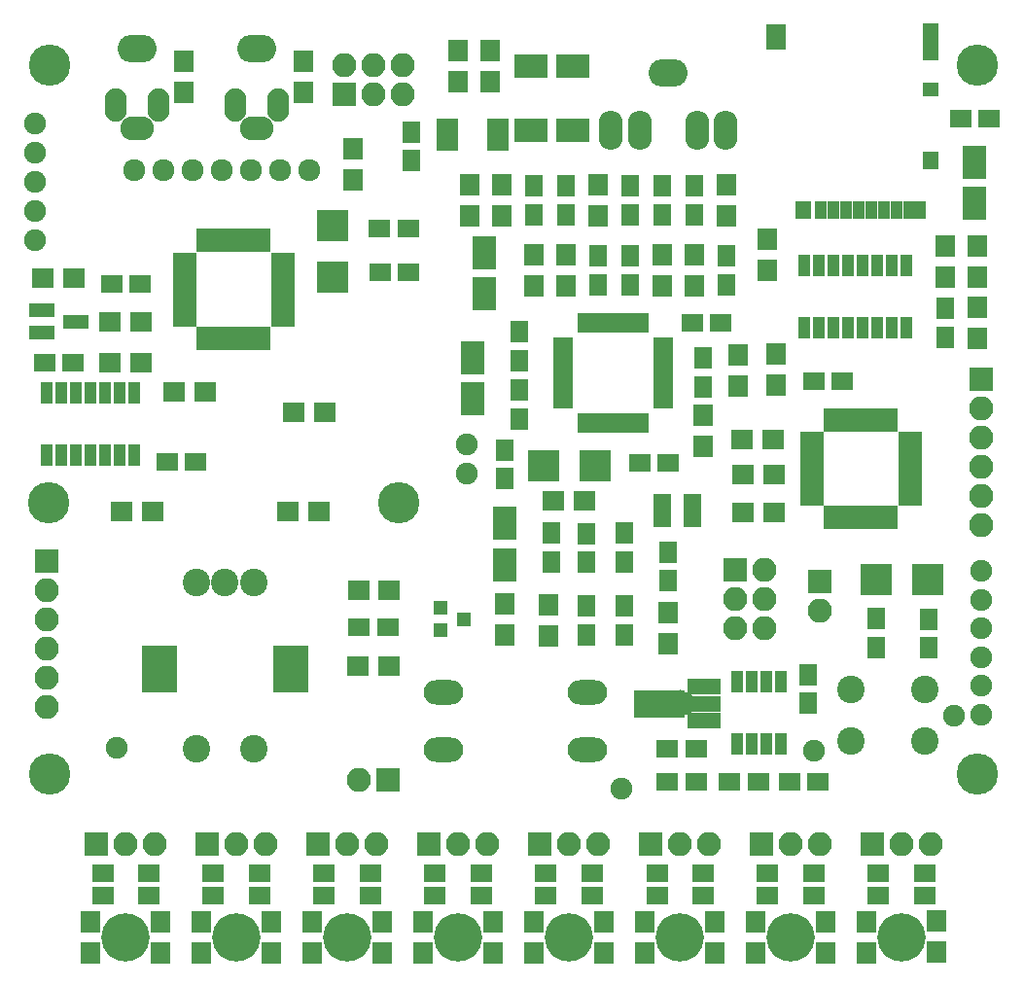
<source format=gts>
%TF.GenerationSoftware,KiCad,Pcbnew,4.0.7*%
%TF.CreationDate,2018-03-18T21:20:35+01:00*%
%TF.ProjectId,Synkino,53796E6B696E6F2E6B696361645F7063,rev?*%
%TF.FileFunction,Soldermask,Top*%
%FSLAX46Y46*%
G04 Gerber Fmt 4.6, Leading zero omitted, Abs format (unit mm)*
G04 Created by KiCad (PCBNEW 4.0.7) date 2018 March 18, Sunday 21:20:35*
%MOMM*%
%LPD*%
G01*
G04 APERTURE LIST*
%ADD10C,0.100000*%
%ADD11C,1.900000*%
%ADD12C,3.600000*%
%ADD13C,4.200000*%
%ADD14C,2.400000*%
%ADD15R,1.900000X1.650000*%
%ADD16R,1.650000X1.900000*%
%ADD17R,2.000000X3.000000*%
%ADD18R,3.000000X2.000000*%
%ADD19R,1.300000X1.200000*%
%ADD20R,1.700000X1.900000*%
%ADD21O,2.100000X3.400000*%
%ADD22O,3.400000X2.400000*%
%ADD23R,1.100000X1.600000*%
%ADD24R,1.400000X1.600000*%
%ADD25R,1.400000X1.200000*%
%ADD26R,1.400000X3.200000*%
%ADD27R,1.700000X2.300000*%
%ADD28R,1.000000X1.950000*%
%ADD29R,2.300000X1.200000*%
%ADD30R,1.900000X1.700000*%
%ADD31R,3.100000X4.100000*%
%ADD32R,2.000000X0.950000*%
%ADD33R,0.950000X2.000000*%
%ADD34R,1.000000X1.900000*%
%ADD35R,1.500000X1.000000*%
%ADD36R,1.700000X0.650000*%
%ADD37R,0.650000X1.700000*%
%ADD38R,1.900000X1.600000*%
%ADD39R,2.100000X2.100000*%
%ADD40O,2.100000X2.100000*%
%ADD41R,2.800000X2.800000*%
%ADD42C,1.924000*%
%ADD43O,1.900000X2.900000*%
%ADD44O,2.900000X2.100000*%
%ADD45R,2.900000X1.400000*%
%ADD46R,4.400000X2.400000*%
%ADD47O,3.448000X2.127200*%
%ADD48R,1.850000X0.850000*%
G04 APERTURE END LIST*
D10*
D11*
X154178000Y-98552000D03*
X125222000Y-104902000D03*
X141986000Y-101600000D03*
D12*
X75311000Y-80073500D03*
D13*
X149606000Y-117856000D03*
X139954000Y-117856000D03*
X130302000Y-117856000D03*
X120650000Y-117856000D03*
X110998000Y-117856000D03*
X101346000Y-117856000D03*
X91694000Y-117856000D03*
D12*
X105791000Y-80010000D03*
D14*
X151638000Y-96266000D03*
X151638000Y-100766000D03*
X145138000Y-96266000D03*
X145138000Y-100766000D03*
D12*
X156210000Y-103632000D03*
X75438000Y-103632000D03*
X75438000Y-41910000D03*
D15*
X83292000Y-60960000D03*
X80792000Y-60960000D03*
X129190000Y-101461000D03*
X131690000Y-101461000D03*
X134616000Y-104321000D03*
X137116000Y-104321000D03*
D16*
X106934000Y-47772000D03*
X106934000Y-50272000D03*
D15*
X104877000Y-90880000D03*
X102377000Y-90880000D03*
X142326000Y-104321000D03*
X139826000Y-104321000D03*
X106660000Y-59944000D03*
X104160000Y-59944000D03*
X106640000Y-56134000D03*
X104140000Y-56134000D03*
X129196000Y-104311000D03*
X131696000Y-104311000D03*
D16*
X122174000Y-89027000D03*
X122174000Y-91527000D03*
X125476000Y-89015000D03*
X125476000Y-91515000D03*
X125476000Y-82697000D03*
X125476000Y-85197000D03*
D17*
X155956000Y-53997000D03*
X155956000Y-50397000D03*
D16*
X119126000Y-82697000D03*
X119126000Y-85197000D03*
X153416000Y-63139000D03*
X153416000Y-65639000D03*
X129286000Y-84348000D03*
X129286000Y-86848000D03*
X125984000Y-52471000D03*
X125984000Y-54971000D03*
X122174000Y-82717000D03*
X122174000Y-85217000D03*
X128778000Y-52471000D03*
X128778000Y-54971000D03*
D15*
X157206000Y-46609000D03*
X154706000Y-46609000D03*
D16*
X120396000Y-52471000D03*
X120396000Y-54971000D03*
X115062000Y-77958000D03*
X115062000Y-75458000D03*
D17*
X113284000Y-61871000D03*
X113284000Y-58271000D03*
D16*
X117602000Y-54971000D03*
X117602000Y-52471000D03*
X131572000Y-54971000D03*
X131572000Y-52471000D03*
X125984000Y-58567000D03*
X125984000Y-61067000D03*
D15*
X131338000Y-64389000D03*
X133838000Y-64389000D03*
X88118000Y-76454000D03*
X85618000Y-76454000D03*
D16*
X134366000Y-58567000D03*
X134366000Y-61067000D03*
D15*
X77450000Y-67818000D03*
X74950000Y-67818000D03*
D17*
X112268000Y-71015000D03*
X112268000Y-67415000D03*
D16*
X116332000Y-67671000D03*
X116332000Y-65171000D03*
D15*
X129266000Y-76581000D03*
X126766000Y-76581000D03*
D16*
X132334000Y-69957000D03*
X132334000Y-67457000D03*
D18*
X117326000Y-42037000D03*
X120926000Y-42037000D03*
X117326000Y-47625000D03*
X120926000Y-47625000D03*
D16*
X116332000Y-72751000D03*
X116332000Y-70251000D03*
X123190000Y-61067000D03*
X123190000Y-58567000D03*
D15*
X144424000Y-69495000D03*
X141924000Y-69495000D03*
D17*
X115024000Y-81825000D03*
X115024000Y-85425000D03*
D16*
X147380000Y-92655000D03*
X147380000Y-90155000D03*
X151952000Y-92675000D03*
X151952000Y-90175000D03*
X141478000Y-95016000D03*
X141478000Y-97516000D03*
D19*
X109490000Y-89220000D03*
X109490000Y-91120000D03*
X111490000Y-90170000D03*
D20*
X97536000Y-41576000D03*
X97536000Y-44276000D03*
D21*
X131786000Y-47625000D03*
X134286000Y-47625000D03*
X126786000Y-47625000D03*
X124286000Y-47625000D03*
D22*
X129286000Y-42625000D03*
D23*
X142546000Y-54569000D03*
X143646000Y-54569000D03*
X144746000Y-54569000D03*
X145846000Y-54569000D03*
X146946000Y-54569000D03*
X148046000Y-54569000D03*
X149146000Y-54569000D03*
X150246000Y-54569000D03*
X151196000Y-54569000D03*
D24*
X140996000Y-54569000D03*
X152146000Y-50269000D03*
D25*
X152146000Y-44069000D03*
D26*
X152146000Y-39919000D03*
D27*
X138646000Y-39469000D03*
D28*
X135255000Y-100998000D03*
X136525000Y-100998000D03*
X137795000Y-100998000D03*
X139065000Y-100998000D03*
X139065000Y-95598000D03*
X137795000Y-95598000D03*
X136525000Y-95598000D03*
X135255000Y-95598000D03*
D29*
X74700000Y-63312000D03*
X74700000Y-65212000D03*
X77700000Y-64262000D03*
D20*
X156210000Y-60405000D03*
X156210000Y-57705000D03*
D30*
X105002000Y-87630000D03*
X102302000Y-87630000D03*
D20*
X156210000Y-65739000D03*
X156210000Y-63039000D03*
X138684000Y-67103000D03*
X138684000Y-69803000D03*
X137922000Y-57070000D03*
X137922000Y-59770000D03*
D30*
X104982000Y-94234000D03*
X102282000Y-94234000D03*
D20*
X129264000Y-89625000D03*
X129264000Y-92325000D03*
D30*
X84408000Y-80772000D03*
X81708000Y-80772000D03*
D20*
X115062000Y-88820000D03*
X115062000Y-91520000D03*
X118872000Y-88947000D03*
X118872000Y-91647000D03*
D30*
X96186000Y-80772000D03*
X98886000Y-80772000D03*
D20*
X101854000Y-51896000D03*
X101854000Y-49196000D03*
X153416000Y-57705000D03*
X153416000Y-60405000D03*
X123190000Y-52371000D03*
X123190000Y-55071000D03*
D30*
X122000000Y-79883000D03*
X119300000Y-79883000D03*
D20*
X128778000Y-58467000D03*
X128778000Y-61167000D03*
X120396000Y-58467000D03*
X120396000Y-61167000D03*
D30*
X74850000Y-60452000D03*
X77550000Y-60452000D03*
D20*
X132334000Y-72437000D03*
X132334000Y-75137000D03*
X117602000Y-61167000D03*
X117602000Y-58467000D03*
X131572000Y-61167000D03*
X131572000Y-58467000D03*
D30*
X83392000Y-64262000D03*
X80692000Y-64262000D03*
D20*
X114808000Y-52371000D03*
X114808000Y-55071000D03*
X112014000Y-52371000D03*
X112014000Y-55071000D03*
D30*
X83392000Y-67818000D03*
X80692000Y-67818000D03*
D20*
X134366000Y-52371000D03*
X134366000Y-55071000D03*
X135382000Y-67183000D03*
X135382000Y-69883000D03*
X113792000Y-43387000D03*
X113792000Y-40687000D03*
X110998000Y-43387000D03*
X110998000Y-40687000D03*
D30*
X96694000Y-72136000D03*
X99394000Y-72136000D03*
D20*
X78994000Y-119206000D03*
X78994000Y-116506000D03*
X88646000Y-119206000D03*
X88646000Y-116506000D03*
X98298000Y-119206000D03*
X98298000Y-116506000D03*
X104394000Y-116506000D03*
X104394000Y-119206000D03*
D30*
X135730000Y-74549000D03*
X138430000Y-74549000D03*
X135810000Y-77597000D03*
X138510000Y-77597000D03*
X135810000Y-80899000D03*
X138510000Y-80899000D03*
D14*
X93178000Y-101488000D03*
X93178000Y-86988000D03*
X90678000Y-86988000D03*
X88178000Y-86988000D03*
D31*
X96378000Y-94488000D03*
X84978000Y-94488000D03*
D14*
X88178000Y-101488000D03*
D32*
X95690000Y-64268000D03*
X95690000Y-63468000D03*
X95690000Y-62668000D03*
X95690000Y-61868000D03*
X95690000Y-61068000D03*
X95690000Y-60268000D03*
X95690000Y-59468000D03*
X95690000Y-58668000D03*
D33*
X94240000Y-57218000D03*
X93440000Y-57218000D03*
X92640000Y-57218000D03*
X91840000Y-57218000D03*
X91040000Y-57218000D03*
X90240000Y-57218000D03*
X89440000Y-57218000D03*
X88640000Y-57218000D03*
D32*
X87190000Y-58668000D03*
X87190000Y-59468000D03*
X87190000Y-60268000D03*
X87190000Y-61068000D03*
X87190000Y-61868000D03*
X87190000Y-62668000D03*
X87190000Y-63468000D03*
X87190000Y-64268000D03*
D33*
X88640000Y-65718000D03*
X89440000Y-65718000D03*
X90240000Y-65718000D03*
X91040000Y-65718000D03*
X91840000Y-65718000D03*
X92640000Y-65718000D03*
X93440000Y-65718000D03*
X94240000Y-65718000D03*
D34*
X149987000Y-59403000D03*
X148717000Y-59403000D03*
X147447000Y-59403000D03*
X146177000Y-59403000D03*
X144907000Y-59403000D03*
X143637000Y-59403000D03*
X142367000Y-59403000D03*
X141097000Y-59403000D03*
X141097000Y-64803000D03*
X142367000Y-64803000D03*
X143637000Y-64803000D03*
X144907000Y-64803000D03*
X146177000Y-64803000D03*
X147447000Y-64803000D03*
X148717000Y-64803000D03*
X149987000Y-64803000D03*
D35*
X131378000Y-81661000D03*
X131378000Y-80711000D03*
X131378000Y-79761000D03*
X128778000Y-80711000D03*
X128778000Y-81661000D03*
X128778000Y-79761000D03*
D34*
X82804000Y-70452000D03*
X81534000Y-70452000D03*
X80264000Y-70452000D03*
X78994000Y-70452000D03*
X77724000Y-70452000D03*
X76454000Y-70452000D03*
X75184000Y-70452000D03*
X75184000Y-75852000D03*
X76454000Y-75852000D03*
X77724000Y-75852000D03*
X78994000Y-75852000D03*
X80264000Y-75852000D03*
X81534000Y-75852000D03*
X82804000Y-75852000D03*
D36*
X120110000Y-65957000D03*
X120110000Y-66457000D03*
X120110000Y-66957000D03*
X120110000Y-67457000D03*
X120110000Y-67957000D03*
X120110000Y-68457000D03*
X120110000Y-68957000D03*
X120110000Y-69457000D03*
X120110000Y-69957000D03*
X120110000Y-70457000D03*
X120110000Y-70957000D03*
X120110000Y-71457000D03*
D37*
X121710000Y-73057000D03*
X122210000Y-73057000D03*
X122710000Y-73057000D03*
X123210000Y-73057000D03*
X123710000Y-73057000D03*
X124210000Y-73057000D03*
X124710000Y-73057000D03*
X125210000Y-73057000D03*
X125710000Y-73057000D03*
X126210000Y-73057000D03*
X126710000Y-73057000D03*
X127210000Y-73057000D03*
D36*
X128810000Y-71457000D03*
X128810000Y-70957000D03*
X128810000Y-70457000D03*
X128810000Y-69957000D03*
X128810000Y-69457000D03*
X128810000Y-68957000D03*
X128810000Y-68457000D03*
X128810000Y-67957000D03*
X128810000Y-67457000D03*
X128810000Y-66957000D03*
X128810000Y-66457000D03*
X128810000Y-65957000D03*
D37*
X127210000Y-64357000D03*
X126710000Y-64357000D03*
X126210000Y-64357000D03*
X125710000Y-64357000D03*
X125210000Y-64357000D03*
X124710000Y-64357000D03*
X124210000Y-64357000D03*
X123710000Y-64357000D03*
X123210000Y-64357000D03*
X122710000Y-64357000D03*
X122210000Y-64357000D03*
X121710000Y-64357000D03*
D38*
X80042000Y-112284000D03*
X84042000Y-112284000D03*
X84042000Y-114284000D03*
X80042000Y-114284000D03*
D33*
X143250000Y-81339000D03*
X144050000Y-81339000D03*
X144850000Y-81339000D03*
X145650000Y-81339000D03*
X146450000Y-81339000D03*
X147250000Y-81339000D03*
X148050000Y-81339000D03*
X148850000Y-81339000D03*
D32*
X150300000Y-79889000D03*
X150300000Y-79089000D03*
X150300000Y-78289000D03*
X150300000Y-77489000D03*
X150300000Y-76689000D03*
X150300000Y-75889000D03*
X150300000Y-75089000D03*
X150300000Y-74289000D03*
D33*
X148850000Y-72839000D03*
X148050000Y-72839000D03*
X147250000Y-72839000D03*
X146450000Y-72839000D03*
X145650000Y-72839000D03*
X144850000Y-72839000D03*
X144050000Y-72839000D03*
X143250000Y-72839000D03*
D32*
X141800000Y-74289000D03*
X141800000Y-75089000D03*
X141800000Y-75889000D03*
X141800000Y-76689000D03*
X141800000Y-77489000D03*
X141800000Y-78289000D03*
X141800000Y-79089000D03*
X141800000Y-79889000D03*
D38*
X99314000Y-112268000D03*
X103314000Y-112268000D03*
X103314000Y-114268000D03*
X99314000Y-114268000D03*
D39*
X75184000Y-85090000D03*
D40*
X75184000Y-87630000D03*
X75184000Y-90170000D03*
X75184000Y-92710000D03*
X75184000Y-95250000D03*
X75184000Y-97790000D03*
D39*
X101092000Y-44450000D03*
D40*
X101092000Y-41910000D03*
X103632000Y-44450000D03*
X103632000Y-41910000D03*
X106172000Y-44450000D03*
X106172000Y-41910000D03*
D39*
X156524000Y-69325000D03*
D40*
X156524000Y-71865000D03*
X156524000Y-74405000D03*
X156524000Y-76945000D03*
X156524000Y-79485000D03*
X156524000Y-82025000D03*
D41*
X100076000Y-60416000D03*
X100076000Y-55916000D03*
X122900000Y-76835000D03*
X118400000Y-76835000D03*
X147392000Y-86741000D03*
X151892000Y-86741000D03*
D11*
X156524000Y-85983000D03*
X156524000Y-88483000D03*
X156524000Y-90983000D03*
X156524000Y-93483000D03*
X156524000Y-95983000D03*
X156524000Y-98483000D03*
X74168000Y-49530000D03*
X74168000Y-52070000D03*
X74168000Y-54610000D03*
X74168000Y-57150000D03*
X74168000Y-46990000D03*
D12*
X156210000Y-41910000D03*
D39*
X142494000Y-86868000D03*
D40*
X142494000Y-89408000D03*
D39*
X135128000Y-85852000D03*
D40*
X137668000Y-85852000D03*
X135128000Y-88392000D03*
X137668000Y-88392000D03*
X135128000Y-90932000D03*
X137668000Y-90932000D03*
D42*
X82804000Y-51054000D03*
X85344000Y-51054000D03*
X87884000Y-51054000D03*
X90424000Y-51054000D03*
X92964000Y-51054000D03*
X95504000Y-51054000D03*
X98044000Y-51054000D03*
D39*
X79502000Y-109728000D03*
D40*
X82042000Y-109728000D03*
X84582000Y-109728000D03*
D39*
X89154000Y-109728000D03*
D40*
X91694000Y-109728000D03*
X94234000Y-109728000D03*
D39*
X98806000Y-109728000D03*
D40*
X101346000Y-109728000D03*
X103886000Y-109728000D03*
D39*
X108458000Y-109728000D03*
D40*
X110998000Y-109728000D03*
X113538000Y-109728000D03*
D39*
X118110000Y-109728000D03*
D40*
X120650000Y-109728000D03*
X123190000Y-109728000D03*
D39*
X127762000Y-109728000D03*
D40*
X130302000Y-109728000D03*
X132842000Y-109728000D03*
D39*
X137414000Y-109728000D03*
D40*
X139954000Y-109728000D03*
X142494000Y-109728000D03*
D39*
X147066000Y-109728000D03*
D40*
X149606000Y-109728000D03*
X152146000Y-109728000D03*
D20*
X85090000Y-116506000D03*
X85090000Y-119206000D03*
X94742000Y-116506000D03*
X94742000Y-119206000D03*
X107950000Y-119206000D03*
X107950000Y-116506000D03*
X114046000Y-116506000D03*
X114046000Y-119206000D03*
X117602000Y-119206000D03*
X117602000Y-116506000D03*
X127254000Y-119206000D03*
X127254000Y-116506000D03*
X123698000Y-116506000D03*
X123698000Y-119206000D03*
X133350000Y-116506000D03*
X133350000Y-119206000D03*
X136906000Y-119206000D03*
X136906000Y-116506000D03*
X143002000Y-116506000D03*
X143002000Y-119206000D03*
X146558000Y-119206000D03*
X146558000Y-116506000D03*
X152654000Y-116426000D03*
X152654000Y-119126000D03*
D38*
X89662000Y-112268000D03*
X93662000Y-112268000D03*
X93662000Y-114268000D03*
X89662000Y-114268000D03*
X108966000Y-112268000D03*
X112966000Y-112268000D03*
X112966000Y-114268000D03*
X108966000Y-114268000D03*
X118618000Y-112268000D03*
X122618000Y-112268000D03*
X122618000Y-114268000D03*
X118618000Y-114268000D03*
X128302000Y-112268000D03*
X132302000Y-112268000D03*
X132302000Y-114268000D03*
X128302000Y-114268000D03*
X137922000Y-112268000D03*
X141922000Y-112268000D03*
X141922000Y-114268000D03*
X137922000Y-114268000D03*
X147574000Y-112268000D03*
X151574000Y-112268000D03*
X151574000Y-114268000D03*
X147574000Y-114268000D03*
D20*
X87122000Y-41576000D03*
X87122000Y-44276000D03*
D43*
X95322000Y-45426000D03*
X91622000Y-45426000D03*
D44*
X93472000Y-47426000D03*
D22*
X93472000Y-40526000D03*
D30*
X86280000Y-70358000D03*
X88980000Y-70358000D03*
D43*
X84908000Y-45426000D03*
X81208000Y-45426000D03*
D44*
X83058000Y-47426000D03*
D22*
X83058000Y-40526000D03*
D13*
X82042000Y-117856000D03*
D11*
X81280000Y-101346000D03*
X111760000Y-77470000D03*
X111760000Y-74930000D03*
D45*
X132420000Y-99036000D03*
X132420000Y-97536000D03*
X132420000Y-96036000D03*
D46*
X128460000Y-97536000D03*
D10*
G36*
X130235000Y-96336000D02*
X131385000Y-96836000D01*
X131385000Y-98236000D01*
X130235000Y-98736000D01*
X130235000Y-96336000D01*
X130235000Y-96336000D01*
G37*
D47*
X122228000Y-96520000D03*
X122228000Y-101520000D03*
X109728000Y-96520000D03*
X109728000Y-101520000D03*
D39*
X104902000Y-104140000D03*
D40*
X102362000Y-104140000D03*
D48*
X110068000Y-47031000D03*
X110068000Y-47681000D03*
X110068000Y-48331000D03*
X110068000Y-48981000D03*
X114468000Y-48981000D03*
X114468000Y-48331000D03*
X114468000Y-47681000D03*
X114468000Y-47031000D03*
M02*

</source>
